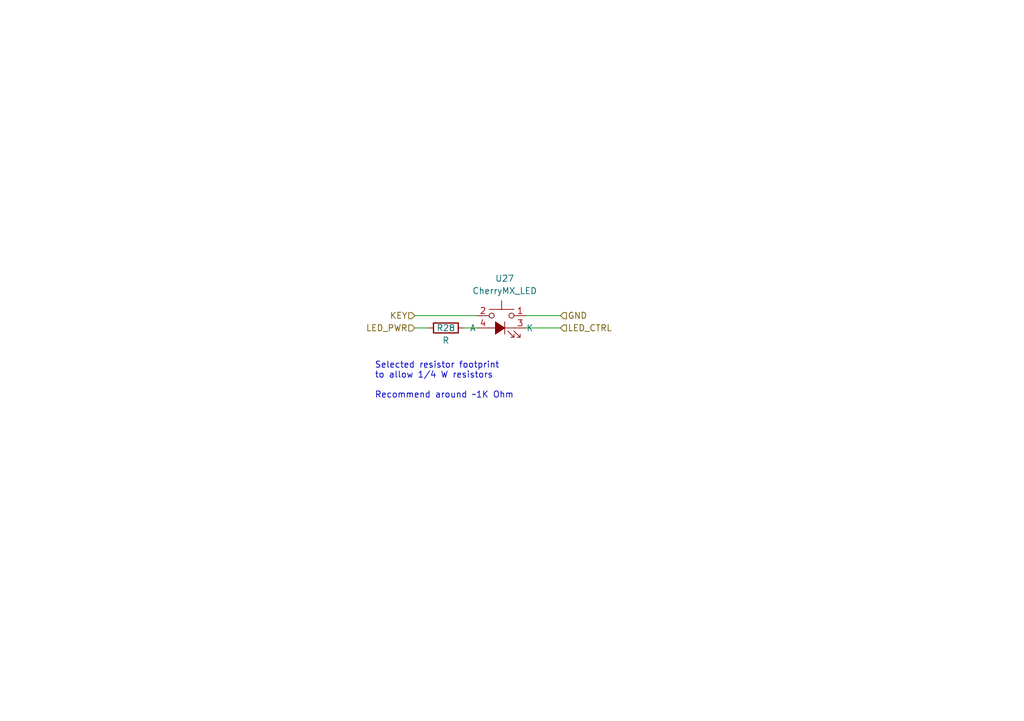
<source format=kicad_sch>
(kicad_sch (version 20211123) (generator eeschema)
  (paper "A5")
  (title_block (title "LED Key") (rev "1"))
  (lib_symbols
    (symbol "CherryMX:CherryMX_LED" (pin_names (offset -3.9878))
      (property "Reference" "U" (at 2.54 4.445 0))
      (property "Value" "CherryMX_LED" (at 0 -4.445 0))
      (symbol "CherryMX_LED_1_1"
        (circle (center -2.032 1.27) (radius 0.508))
        (polyline (pts (xy -3.81 -3.175) (xy -2.54 -1.905)))
        (polyline (pts (xy -2.54 -3.175) (xy -1.27 -1.905)))
        (polyline (pts (xy -2.54 -1.27) (xy 2.54 -1.27)))
        (polyline (pts (xy -0.635 0) (xy -0.635 -2.54)))
        (polyline (pts (xy 0 2.54) (xy 0 4.318)))
        (polyline (pts (xy 2.54 2.54) (xy -2.54 2.54)))
        (polyline (pts (xy -3.81 -2.54) (xy -3.81 -3.175) (xy -3.175 -3.175)))
        (polyline (pts (xy -2.54 -2.54) (xy -2.54 -3.175) (xy -1.905 -3.175)))
        (polyline (pts (xy -0.635 -1.27) (xy 1.27 0) (xy 1.27 -2.54) (xy -0.635 -1.27)) (fill (type outline)))
        (circle (center 2.032 1.27) (radius 0.508))
        (pin passive line (at -5.08 1.27 0) (length 2.54) (name "~") (number "1"))
        (pin passive line (at 5.08 1.27 180) (length 2.54) (name "~") (number "2"))
        (pin passive line (at -5.08 -1.27 0) (length 2.54) (name "K") (number "3"))
        (pin passive line (at 5.08 -1.27 180) (length 2.54) (name "A") (number "4"))
      )
    )
    (symbol "Device:R" (pin_numbers hide) (pin_names (offset 0))
      (property "Reference" "R" (at 2.032 0 90))
      (property "Value" "R" (at 0 0 90))
      (symbol "R_0_1"
        (rectangle (start -1.016 -2.54) (end 1.016 2.54) (stroke (width 0.254)))
      )
      (symbol "R_1_1"
        (pin passive line (at 0 3.81 270) (length 1.27) (name "~") (number "1"))
        (pin passive line (at 0 -3.81 90) (length 1.27) (name "~") (number "2"))
      )
    )
  )
  (wire (pts (xy 107.95 67.31) (xy 114.935 67.31)))
  (wire (pts (xy 107.95 64.77) (xy 114.935 64.77)))
  (wire (pts (xy 97.79 67.31) (xy 95.25 67.31)))
  (wire (pts (xy 87.63 67.31) (xy 85.09 67.31)))
  (wire (pts (xy 97.79 64.77) (xy 85.09 64.77)))
  (text "Selected resistor footprint\nto allow 1/4 W resistors\n\nRecommend around ~1K Ohm" (at 76.835 81.915 0) (effects (font (size 1.27 1.27)) (justify left bottom)))
  (hierarchical_label "GND" (shape input) (at 114.935 64.77 0))
  (hierarchical_label "KEY" (shape input) (at 85.09 64.77 180))
  (hierarchical_label "LED_CTRL" (shape input) (at 114.935 67.31 0))
  (hierarchical_label "LED_PWR" (shape input) (at 85.09 67.31 180))
  (symbol (lib_id "CherryMX:CherryMX_LED") (at 102.87 66.04 0) (mirror y) (unit 1)
    (property "Reference" "U27" (at 103.505 57.15 0))
    (property "Value" "CherryMX_LED" (at 103.505 59.69 0))
    (property "Footprint" "CherryMX_LED:CherryMX_1.00u_LED" (effects hide))
  )
  (symbol (lib_id "Device:R") (at 91.44 67.31 90) (mirror x) (unit 1)
    (property "Reference" "R28" (at 91.44 67.31 90))
    (property "Value" "R" (at 91.44 69.85 90))
    (property "Footprint" "Resistor_THT:R_Axial_DIN0204_L3.6mm_D1.6mm_P7.62mm_Horizontal" (effects hide))
  )
)
</source>
